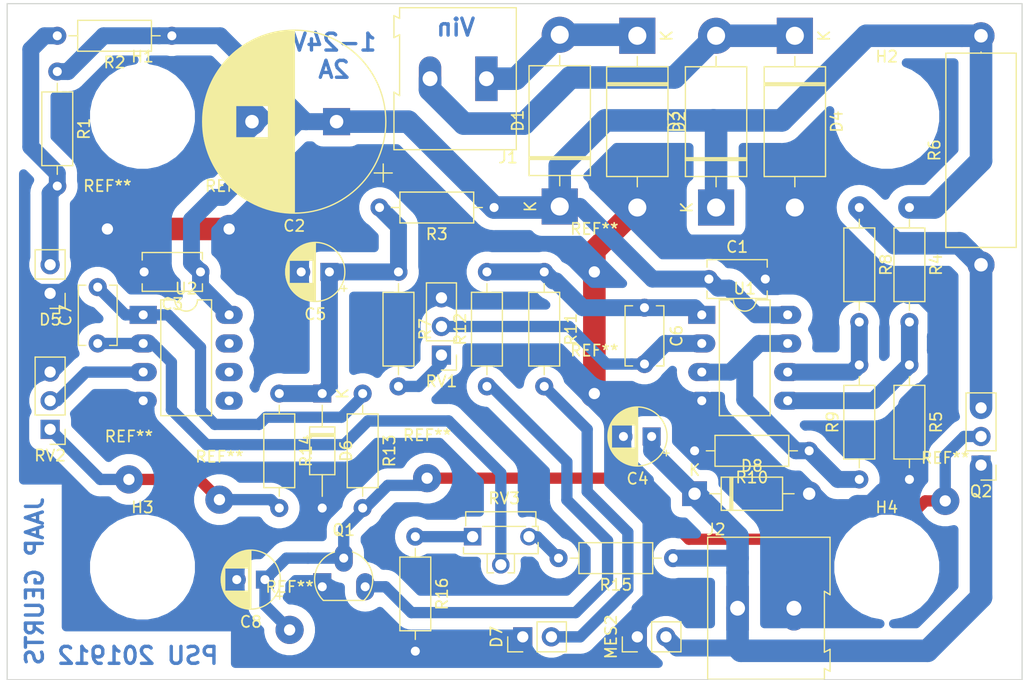
<source format=kicad_pcb>
(kicad_pcb (version 20171130) (host pcbnew 5.1.5-5.1.5)
  (layers (0 F.Cu signal hide) (31 B.Cu signal) (34 B.Paste user) (35 F.Paste user) (36 B.SilkS user) (37 F.SilkS user hide) (38 B.Mask user) (39 F.Mask user) (44 Edge.Cuts user))
  (net 0 "")
  (net 1 "Net-(D1-Pad2)")
  (net 2 +VDC)
  (net 3 GND)
  (net 4 "Net-(D3-Pad2)")
  (net 5 "Net-(D5-Pad2)")
  (net 6 "Net-(C5-Pad1)")
  (net 7 "Net-(D7-Pad2)")
  (net 8 "Net-(C4-Pad1)")
  (net 9 "Net-(Q1-Pad3)")
  (net 10 "Net-(R4-Pad2)")
  (net 11 "Net-(Q2-Pad3)")
  (net 12 "Net-(R7-Pad2)")
  (net 13 "Net-(R8-Pad2)")
  (net 14 "Net-(R10-Pad1)")
  (net 15 "Net-(R14-Pad2)")
  (net 16 "Net-(R15-Pad2)")
  (net 17 "Net-(R16-Pad1)")
  (net 18 "Net-(RV2-Pad2)")
  (net 19 "Net-(C6-Pad2)")
  (net 20 "Net-(C6-Pad1)")
  (net 21 "Net-(C7-Pad2)")
  (net 22 "Net-(C7-Pad1)")
  (net 23 "Net-(C8-Pad1)")
  (module Connector_Wire:SolderWirePad_1x01_Drill1mm (layer F.Cu) (at 142.24 118.11)
    (fp_text reference REF** (at 0 -3.81) (layer F.SilkS))
    (fp_text value SolderWirePad_1x01_Drill1mm)
    (pad 1 thru_hole circle (at 0 0) (size 2.49936 2.49936) (drill 1.00076) (layers *.Cu *.Mask) (net 23 "Net-(C8-Pad1)"))
  )
  (module Connector_Wire:SolderWirePad_1x01_Drill1mm (layer F.Cu) (at 123.825 120.015)
    (fp_text reference REF** (at 0 -3.81) (layer F.SilkS))
    (fp_text value SolderWirePad_1x01_Drill1mm)
    (pad 1 thru_hole circle (at 0 0) (size 2.49936 2.49936) (drill 1.00076) (layers *.Cu *.Mask) (net 15 "Net-(R14-Pad2)"))
  )
  (module Connector_Wire:SolderWirePad_1x01_Drill1mm (layer F.Cu) (at 115.795 118.22)
    (fp_text reference REF** (at 0 -3.81) (layer F.SilkS))
    (fp_text value SolderWirePad_1x01_Drill1mm)
    (pad 1 thru_hole circle (at 0 0) (size 2.49936 2.49936) (drill 1.00076) (layers *.Cu *.Mask) (net 15 "Net-(R14-Pad2)"))
  )
  (module Connector_Wire:SolderWirePad_1x01_Drill1mm (layer F.Cu) (at 157.07 110.6)
    (fp_text reference REF** (at 0 -3.81) (layer F.SilkS))
    (fp_text value SolderWirePad_1x01_Drill1mm)
    (pad 1 thru_hole circle (at 0 0) (size 2.49936 2.49936) (drill 1.00076) (layers *.Cu *.Mask) (net 3 GND))
  )
  (module Connector_Wire:SolderWirePad_1x01_Drill1mm (layer F.Cu) (at 157.07 99.805)
    (fp_text reference REF** (at 0 -3.81) (layer F.SilkS))
    (fp_text value SolderWirePad_1x01_Drill1mm)
    (pad 1 thru_hole circle (at 0 0) (size 2.49936 2.49936) (drill 1.00076) (layers *.Cu *.Mask) (net 3 GND))
  )
  (module Connector_Wire:SolderWirePad_1x01_Drill1mm (layer F.Cu) (at 124.685 95.995)
    (fp_text reference REF** (at 0 -3.81) (layer F.SilkS))
    (fp_text value SolderWirePad_1x01_Drill1mm)
    (pad 1 thru_hole circle (at 0 0) (size 2.49936 2.49936) (drill 1.00076) (layers *.Cu *.Mask) (net 3 GND))
  )
  (module Connector_Wire:SolderWirePad_1x01_Drill1mm (layer F.Cu) (at 113.89 95.995)
    (fp_text reference REF** (at 0 -3.81) (layer F.SilkS))
    (fp_text value SolderWirePad_1x01_Drill1mm)
    (pad 1 thru_hole circle (at 0 0) (size 2.49936 2.49936) (drill 1.00076) (layers *.Cu *.Mask) (net 3 GND))
  )
  (module Connector_Wire:SolderWirePad_1x01_Drill1mm (layer F.Cu) (at 188.185 120.125)
    (fp_text reference REF** (at 0 -3.81) (layer F.SilkS))
    (fp_text value SolderWirePad_1x01_Drill1mm)
    (pad 1 thru_hole circle (at 0 0) (size 2.49936 2.49936) (drill 1.00076) (layers *.Cu *.Mask) (net 23 "Net-(C8-Pad1)"))
  )
  (module Connector_Wire:SolderWirePad_1x01_Drill1mm (layer F.Cu) (at 130.048 131.572)
    (fp_text reference REF** (at 0 -3.81) (layer F.SilkS))
    (fp_text value SolderWirePad_1x01_Drill1mm)
    (pad 1 thru_hole circle (at 0 0) (size 2.49936 2.49936) (drill 1.00076) (layers *.Cu *.Mask) (net 23 "Net-(C8-Pad1)"))
  )
  (module Diode_THT:D_DO-41_SOD81_P10.16mm_Horizontal (layer F.Cu) (at 165.96 119.49)
    (fp_text reference D8 (at 5.08 -2.47) (layer F.SilkS))
    (fp_text value 1N4001)
    (fp_text user K (at 0 -2.1) (layer F.SilkS))
    (pad 2 thru_hole oval (at 10.16 0) (size 2.2 2.2) (drill 1.1) (layers *.Cu *.Mask) (net 3 GND))
    (pad 1 thru_hole rect (at 0 0) (size 2.2 2.2) (drill 1.1) (layers *.Cu *.Mask) (net 8 "Net-(C4-Pad1)"))
  )
  (module Resistor_THT:R_Axial_DIN0207_L6.3mm_D2.5mm_P10.16mm_Horizontal (layer F.Cu) (at 141.195 123.3 270)
    (fp_text reference R16 (at 5.08 -2.37 90) (layer F.SilkS))
    (fp_text value 3k3)
    (pad 2 thru_hole oval (at 10.16 0 270) (size 1.6 1.6) (drill 0.8) (layers *.Cu *.Mask) (net 3 GND))
    (pad 1 thru_hole circle (at 0 0 270) (size 1.6 1.6) (drill 0.8) (layers *.Cu *.Mask) (net 17 "Net-(R16-Pad1)"))
  )
  (module Connector_PinHeader_2.54mm:PinHeader_1x03_P2.54mm_Vertical (layer F.Cu) (at 191.36 116.95 180)
    (fp_text reference Q2 (at 0 -2.33) (layer F.SilkS))
    (fp_text value TIP142)
    (pad 3 thru_hole oval (at 0 5.08 180) (size 1.7 1.7) (drill 1) (layers *.Cu *.Mask) (net 11 "Net-(Q2-Pad3)"))
    (pad 2 thru_hole oval (at 0 2.54 180) (size 1.7 1.7) (drill 1) (layers *.Cu *.Mask) (net 23 "Net-(C8-Pad1)"))
    (pad 1 thru_hole rect (at 0 0 180) (size 1.7 1.7) (drill 1) (layers *.Cu *.Mask) (net 8 "Net-(C4-Pad1)"))
  )
  (module Connector_PinHeader_2.54mm:PinHeader_1x02_P2.54mm_Vertical (layer F.Cu) (at 160.88 132.19 90)
    (fp_text reference MES2 (at 0 -2.33 90) (layer F.SilkS))
    (fp_text value Voltmeter_DC)
    (pad 2 thru_hole oval (at 0 2.54 90) (size 1.7 1.7) (drill 1) (layers *.Cu *.Mask) (net 8 "Net-(C4-Pad1)"))
    (pad 1 thru_hole rect (at 0 0 90) (size 1.7 1.7) (drill 1) (layers *.Cu *.Mask) (net 3 GND))
  )
  (module Connector_PinHeader_2.54mm:PinHeader_1x02_P2.54mm_Vertical (layer F.Cu) (at 150.72 132.19 90)
    (fp_text reference D7 (at 0 -2.33 90) (layer F.SilkS))
    (fp_text value "Red LED")
    (pad 2 thru_hole oval (at 0 2.54 90) (size 1.7 1.7) (drill 1) (layers *.Cu *.Mask) (net 7 "Net-(D7-Pad2)"))
    (pad 1 thru_hole rect (at 0 0 90) (size 1.7 1.7) (drill 1) (layers *.Cu *.Mask) (net 3 GND))
  )
  (module Connector_PinHeader_2.54mm:PinHeader_1x02_P2.54mm_Vertical (layer F.Cu) (at 108.81 101.71 180)
    (fp_text reference D5 (at 0 -2.33) (layer F.SilkS))
    (fp_text value "Green LED")
    (pad 2 thru_hole oval (at 0 2.54 180) (size 1.7 1.7) (drill 1) (layers *.Cu *.Mask) (net 5 "Net-(D5-Pad2)"))
    (pad 1 thru_hole rect (at 0 0 180) (size 1.7 1.7) (drill 1) (layers *.Cu *.Mask) (net 3 GND))
  )
  (module MountingHole:MountingHole_4.3mm_M4 (layer F.Cu) (at 183 126)
    (fp_text reference H4 (at 0 -5.3) (layer F.SilkS))
    (fp_text value MountingHole)
    (pad "" np_thru_hole circle (at 0 0) (size 4.3 4.3) (drill 4.3) (layers *.Cu *.Mask) (clearance 2.5))
  )
  (module MountingHole:MountingHole_4.3mm_M4 (layer F.Cu) (at 117 126)
    (fp_text reference H3 (at 0 -5.3) (layer F.SilkS))
    (fp_text value MountingHole)
    (pad "" np_thru_hole circle (at 0 0) (size 4.3 4.3) (drill 4.3) (layers *.Cu *.Mask) (clearance 2.5))
  )
  (module MountingHole:MountingHole_4.3mm_M4 (layer F.Cu) (at 183 86)
    (fp_text reference H2 (at 0 -5.3) (layer F.SilkS))
    (fp_text value MountingHole)
    (pad 1 np_thru_hole circle (at 0 0) (size 4.3 4.3) (drill 4.3) (layers *.Cu *.Mask))
  )
  (module MountingHole:MountingHole_4.3mm_M4 (layer F.Cu) (at 117 86)
    (fp_text reference H1 (at 0 -5.3) (layer F.SilkS))
    (fp_text value MountingHole)
    (pad "" np_thru_hole circle (at 0 0) (size 4.3 4.3) (drill 4.3) (layers *.Cu *.Mask) (clearance 2.5))
  )
  (module Package_DIP:DIP-8_W7.62mm_LongPads (layer F.Cu) (at 117.065 103.615)
    (fp_text reference U2 (at 3.81 -2.33) (layer F.SilkS))
    (fp_text value LM358)
    (pad 8 thru_hole oval (at 7.62 0) (size 2.4 1.6) (drill 0.8) (layers *.Cu *.Mask) (net 2 +VDC))
    (pad 4 thru_hole oval (at 0 7.62) (size 2.4 1.6) (drill 0.8) (layers *.Cu *.Mask) (net 3 GND))
    (pad 7 thru_hole oval (at 7.62 2.54) (size 2.4 1.6) (drill 0.8) (layers *.Cu *.Mask))
    (pad 3 thru_hole oval (at 0 5.08) (size 2.4 1.6) (drill 0.8) (layers *.Cu *.Mask) (net 18 "Net-(RV2-Pad2)"))
    (pad 6 thru_hole oval (at 7.62 5.08) (size 2.4 1.6) (drill 0.8) (layers *.Cu *.Mask))
    (pad 2 thru_hole oval (at 0 2.54) (size 2.4 1.6) (drill 0.8) (layers *.Cu *.Mask) (net 22 "Net-(C7-Pad1)"))
    (pad 5 thru_hole oval (at 7.62 7.62) (size 2.4 1.6) (drill 0.8) (layers *.Cu *.Mask))
    (pad 1 thru_hole rect (at 0 0) (size 2.4 1.6) (drill 0.8) (layers *.Cu *.Mask) (net 21 "Net-(C7-Pad2)"))
  )
  (module Package_DIP:DIP-8_W7.62mm_LongPads (layer F.Cu) (at 166.595 103.615)
    (fp_text reference U1 (at 3.81 -2.33) (layer F.SilkS))
    (fp_text value LM358)
    (pad 8 thru_hole oval (at 7.62 0) (size 2.4 1.6) (drill 0.8) (layers *.Cu *.Mask) (net 2 +VDC))
    (pad 4 thru_hole oval (at 0 7.62) (size 2.4 1.6) (drill 0.8) (layers *.Cu *.Mask) (net 3 GND))
    (pad 7 thru_hole oval (at 7.62 2.54) (size 2.4 1.6) (drill 0.8) (layers *.Cu *.Mask) (net 14 "Net-(R10-Pad1)"))
    (pad 3 thru_hole oval (at 0 5.08) (size 2.4 1.6) (drill 0.8) (layers *.Cu *.Mask) (net 14 "Net-(R10-Pad1)"))
    (pad 6 thru_hole oval (at 7.62 5.08) (size 2.4 1.6) (drill 0.8) (layers *.Cu *.Mask) (net 13 "Net-(R8-Pad2)"))
    (pad 2 thru_hole oval (at 0 2.54) (size 2.4 1.6) (drill 0.8) (layers *.Cu *.Mask) (net 19 "Net-(C6-Pad2)"))
    (pad 5 thru_hole oval (at 7.62 7.62) (size 2.4 1.6) (drill 0.8) (layers *.Cu *.Mask) (net 10 "Net-(R4-Pad2)"))
    (pad 1 thru_hole rect (at 0 0) (size 2.4 1.6) (drill 0.8) (layers *.Cu *.Mask) (net 20 "Net-(C6-Pad1)"))
  )
  (module Potentiometer_THT:Potentiometer_Runtron_RM-063_Horizontal (layer F.Cu) (at 146.275 123.3)
    (fp_text reference RV3 (at 2.8 -3.4) (layer F.SilkS))
    (fp_text value 2k)
    (pad 3 thru_hole circle (at 5 0) (size 1.55 1.55) (drill 1) (layers *.Cu *.Mask) (net 16 "Net-(R15-Pad2)"))
    (pad 1 thru_hole rect (at 0 0) (size 1.55 1.55) (drill 1) (layers *.Cu *.Mask) (net 17 "Net-(R16-Pad1)"))
    (pad 2 thru_hole circle (at 2.5 2.5) (size 1.55 1.55) (drill 1) (layers *.Cu *.Mask) (net 22 "Net-(C7-Pad1)"))
  )
  (module Connector_PinHeader_2.54mm:PinHeader_1x03_P2.54mm_Vertical (layer F.Cu) (at 108.81 113.775 180)
    (fp_text reference RV2 (at 0 -2.33) (layer F.SilkS))
    (fp_text value 50k)
    (pad 3 thru_hole oval (at 0 5.08 180) (size 1.7 1.7) (drill 1) (layers *.Cu *.Mask) (net 3 GND))
    (pad 2 thru_hole oval (at 0 2.54 180) (size 1.7 1.7) (drill 1) (layers *.Cu *.Mask) (net 18 "Net-(RV2-Pad2)"))
    (pad 1 thru_hole rect (at 0 0 180) (size 1.7 1.7) (drill 1) (layers *.Cu *.Mask) (net 15 "Net-(R14-Pad2)"))
  )
  (module Connector_PinHeader_2.54mm:PinHeader_1x03_P2.54mm_Vertical (layer F.Cu) (at 143.51 107.188 180)
    (fp_text reference RV1 (at 0 -2.33) (layer F.SilkS))
    (fp_text value 50k)
    (pad 3 thru_hole oval (at 0 5.08 180) (size 1.7 1.7) (drill 1) (layers *.Cu *.Mask) (net 3 GND))
    (pad 2 thru_hole oval (at 0 2.54 180) (size 1.7 1.7) (drill 1) (layers *.Cu *.Mask) (net 19 "Net-(C6-Pad2)"))
    (pad 1 thru_hole rect (at 0 0 180) (size 1.7 1.7) (drill 1) (layers *.Cu *.Mask) (net 12 "Net-(R7-Pad2)"))
  )
  (module Capacitor_THT:CP_Radial_D5.0mm_P2.50mm (layer F.Cu) (at 127.86 127.11 180)
    (fp_text reference C8 (at 1.25 -3.75) (layer F.SilkS))
    (fp_text value 4.7uF)
    (pad 2 thru_hole circle (at 2.5 0 180) (size 1.6 1.6) (drill 0.8) (layers *.Cu *.Mask) (net 3 GND))
    (pad 1 thru_hole rect (at 0 0 180) (size 1.6 1.6) (drill 0.8) (layers *.Cu *.Mask) (net 23 "Net-(C8-Pad1)"))
  )
  (module Capacitor_THT:C_Disc_D5.1mm_W3.2mm_P5.00mm (layer F.Cu) (at 113.03 106.155 90)
    (fp_text reference C7 (at 2.5 -2.85 90) (layer F.SilkS))
    (fp_text value 22p)
    (pad 2 thru_hole circle (at 5 0 90) (size 1.6 1.6) (drill 0.8) (layers *.Cu *.Mask) (net 21 "Net-(C7-Pad2)"))
    (pad 1 thru_hole circle (at 0 0 90) (size 1.6 1.6) (drill 0.8) (layers *.Cu *.Mask) (net 22 "Net-(C7-Pad1)"))
  )
  (module Capacitor_THT:C_Disc_D5.1mm_W3.2mm_P5.00mm (layer F.Cu) (at 161.515 102.98 270)
    (fp_text reference C6 (at 2.5 -2.85 90) (layer F.SilkS))
    (fp_text value 22p)
    (pad 2 thru_hole circle (at 5 0 270) (size 1.6 1.6) (drill 0.8) (layers *.Cu *.Mask) (net 19 "Net-(C6-Pad2)"))
    (pad 1 thru_hole circle (at 0 0 270) (size 1.6 1.6) (drill 0.8) (layers *.Cu *.Mask) (net 20 "Net-(C6-Pad1)"))
  )
  (module Capacitor_THT:CP_Radial_D5.0mm_P2.50mm (layer F.Cu) (at 133.575 99.805 180)
    (fp_text reference C5 (at 1.25 -3.75) (layer F.SilkS))
    (fp_text value 10uF)
    (pad 2 thru_hole circle (at 2.5 0 180) (size 1.6 1.6) (drill 0.8) (layers *.Cu *.Mask) (net 3 GND))
    (pad 1 thru_hole rect (at 0 0 180) (size 1.6 1.6) (drill 0.8) (layers *.Cu *.Mask) (net 6 "Net-(C5-Pad1)"))
  )
  (module Capacitor_THT:CP_Radial_D5.0mm_P2.50mm (layer F.Cu) (at 162.15 114.41 180)
    (fp_text reference C4 (at 1.25 -3.75) (layer F.SilkS))
    (fp_text value 1uF)
    (pad 2 thru_hole circle (at 2.5 0 180) (size 1.6 1.6) (drill 0.8) (layers *.Cu *.Mask) (net 3 GND))
    (pad 1 thru_hole rect (at 0 0 180) (size 1.6 1.6) (drill 0.8) (layers *.Cu *.Mask) (net 8 "Net-(C4-Pad1)"))
  )
  (module Capacitor_THT:C_Disc_D5.1mm_W3.2mm_P5.00mm (layer F.Cu) (at 122.145 99.805 180)
    (fp_text reference C3 (at 2.5 -2.85) (layer F.SilkS))
    (fp_text value 100n)
    (pad 2 thru_hole circle (at 5 0 180) (size 1.6 1.6) (drill 0.8) (layers *.Cu *.Mask) (net 3 GND))
    (pad 1 thru_hole circle (at 0 0 180) (size 1.6 1.6) (drill 0.8) (layers *.Cu *.Mask) (net 2 +VDC))
  )
  (module Capacitor_THT:CP_Radial_D16.0mm_P7.50mm (layer F.Cu) (at 134.21 86.47 180)
    (fp_text reference C2 (at 3.75 -9.25) (layer F.SilkS))
    (fp_text value 4700uF)
    (pad 2 thru_hole circle (at 7.5 0 180) (size 2.4 2.4) (drill 1.2) (layers *.Cu *.Mask) (net 3 GND))
    (pad 1 thru_hole rect (at 0 0 180) (size 2.4 2.4) (drill 1.2) (layers *.Cu *.Mask) (net 2 +VDC))
  )
  (module Capacitor_THT:C_Disc_D5.1mm_W3.2mm_P5.00mm (layer F.Cu) (at 167.23 100.44)
    (fp_text reference C1 (at 2.5 -2.85) (layer F.SilkS))
    (fp_text value 100n)
    (pad 2 thru_hole circle (at 5 0) (size 1.6 1.6) (drill 0.8) (layers *.Cu *.Mask) (net 3 GND))
    (pad 1 thru_hole circle (at 0 0) (size 1.6 1.6) (drill 0.8) (layers *.Cu *.Mask) (net 2 +VDC))
  )
  (module Resistor_THT:R_Axial_DIN0207_L6.3mm_D2.5mm_P10.16mm_Horizontal (layer F.Cu) (at 164.055 125.205 180)
    (fp_text reference R15 (at 5.08 -2.37) (layer F.SilkS))
    (fp_text value 33k)
    (pad 2 thru_hole oval (at 10.16 0 180) (size 1.6 1.6) (drill 0.8) (layers *.Cu *.Mask) (net 16 "Net-(R15-Pad2)"))
    (pad 1 thru_hole circle (at 0 0 180) (size 1.6 1.6) (drill 0.8) (layers *.Cu *.Mask) (net 8 "Net-(C4-Pad1)"))
  )
  (module Resistor_THT:R_Axial_DIN0207_L6.3mm_D2.5mm_P10.16mm_Horizontal (layer F.Cu) (at 129.13 110.6 270)
    (fp_text reference R14 (at 5.08 -2.37 90) (layer F.SilkS))
    (fp_text value 10k)
    (pad 2 thru_hole oval (at 10.16 0 270) (size 1.6 1.6) (drill 0.8) (layers *.Cu *.Mask) (net 15 "Net-(R14-Pad2)"))
    (pad 1 thru_hole circle (at 0 0 270) (size 1.6 1.6) (drill 0.8) (layers *.Cu *.Mask) (net 6 "Net-(C5-Pad1)"))
  )
  (module Resistor_THT:R_Axial_DIN0207_L6.3mm_D2.5mm_P10.16mm_Horizontal (layer F.Cu) (at 136.525 110.6 270)
    (fp_text reference R13 (at 5.08 -2.37 90) (layer F.SilkS))
    (fp_text value 1k)
    (pad 2 thru_hole oval (at 10.16 0 270) (size 1.6 1.6) (drill 0.8) (layers *.Cu *.Mask) (net 23 "Net-(C8-Pad1)"))
    (pad 1 thru_hole circle (at 0 0 270) (size 1.6 1.6) (drill 0.8) (layers *.Cu *.Mask) (net 21 "Net-(C7-Pad2)"))
  )
  (module Resistor_THT:R_Axial_DIN0207_L6.3mm_D2.5mm_P10.16mm_Horizontal (layer F.Cu) (at 147.545 109.965 90)
    (fp_text reference R12 (at 5.08 -2.37 90) (layer F.SilkS))
    (fp_text value 10k)
    (pad 2 thru_hole oval (at 10.16 0 90) (size 1.6 1.6) (drill 0.8) (layers *.Cu *.Mask) (net 20 "Net-(C6-Pad1)"))
    (pad 1 thru_hole circle (at 0 0 90) (size 1.6 1.6) (drill 0.8) (layers *.Cu *.Mask) (net 9 "Net-(Q1-Pad3)"))
  )
  (module Resistor_THT:R_Axial_DIN0207_L6.3mm_D2.5mm_P10.16mm_Horizontal (layer F.Cu) (at 152.625 99.805 270)
    (fp_text reference R11 (at 5.08 -2.37 90) (layer F.SilkS))
    (fp_text value 1k)
    (pad 2 thru_hole oval (at 10.16 0 270) (size 1.6 1.6) (drill 0.8) (layers *.Cu *.Mask) (net 7 "Net-(D7-Pad2)"))
    (pad 1 thru_hole circle (at 0 0 270) (size 1.6 1.6) (drill 0.8) (layers *.Cu *.Mask) (net 20 "Net-(C6-Pad1)"))
  )
  (module Resistor_THT:R_Axial_DIN0207_L6.3mm_D2.5mm_P10.16mm_Horizontal (layer F.Cu) (at 176.12 115.68 180)
    (fp_text reference R10 (at 5.08 -2.37) (layer F.SilkS))
    (fp_text value 100)
    (pad 2 thru_hole oval (at 10.16 0 180) (size 1.6 1.6) (drill 0.8) (layers *.Cu *.Mask) (net 3 GND))
    (pad 1 thru_hole circle (at 0 0 180) (size 1.6 1.6) (drill 0.8) (layers *.Cu *.Mask) (net 14 "Net-(R10-Pad1)"))
  )
  (module Resistor_THT:R_Axial_DIN0207_L6.3mm_D2.5mm_P10.16mm_Horizontal (layer F.Cu) (at 180.565 118.22 90)
    (fp_text reference R9 (at 5.08 -2.37 90) (layer F.SilkS))
    (fp_text value 68k)
    (pad 2 thru_hole oval (at 10.16 0 90) (size 1.6 1.6) (drill 0.8) (layers *.Cu *.Mask) (net 13 "Net-(R8-Pad2)"))
    (pad 1 thru_hole circle (at 0 0 90) (size 1.6 1.6) (drill 0.8) (layers *.Cu *.Mask) (net 14 "Net-(R10-Pad1)"))
  )
  (module Resistor_THT:R_Axial_DIN0207_L6.3mm_D2.5mm_P10.16mm_Horizontal (layer F.Cu) (at 180.565 94.09 270)
    (fp_text reference R8 (at 5.08 -2.37 90) (layer F.SilkS))
    (fp_text value 10k)
    (pad 2 thru_hole oval (at 10.16 0 270) (size 1.6 1.6) (drill 0.8) (layers *.Cu *.Mask) (net 13 "Net-(R8-Pad2)"))
    (pad 1 thru_hole circle (at 0 0 270) (size 1.6 1.6) (drill 0.8) (layers *.Cu *.Mask) (net 11 "Net-(Q2-Pad3)"))
  )
  (module Resistor_THT:R_Axial_DIN0207_L6.3mm_D2.5mm_P10.16mm_Horizontal (layer F.Cu) (at 139.7 99.805 270)
    (fp_text reference R7 (at 5.08 -2.37 90) (layer F.SilkS))
    (fp_text value 10k)
    (pad 2 thru_hole oval (at 10.16 0 270) (size 1.6 1.6) (drill 0.8) (layers *.Cu *.Mask) (net 12 "Net-(R7-Pad2)"))
    (pad 1 thru_hole circle (at 0 0 270) (size 1.6 1.6) (drill 0.8) (layers *.Cu *.Mask) (net 6 "Net-(C5-Pad1)"))
  )
  (module Resistor_THT:R_Axial_DIN0617_L17.0mm_D6.0mm_P20.32mm_Horizontal (layer F.Cu) (at 191.36 99.17 90)
    (fp_text reference R6 (at 10.16 -4.12 90) (layer F.SilkS))
    (fp_text value 0R15)
    (pad 2 thru_hole oval (at 20.32 0 90) (size 2.4 2.4) (drill 1.2) (layers *.Cu *.Mask) (net 2 +VDC))
    (pad 1 thru_hole circle (at 0 0 90) (size 2.4 2.4) (drill 1.2) (layers *.Cu *.Mask) (net 11 "Net-(Q2-Pad3)"))
  )
  (module Resistor_THT:R_Axial_DIN0207_L6.3mm_D2.5mm_P10.16mm_Horizontal (layer F.Cu) (at 185.01 108.06 270)
    (fp_text reference R5 (at 5.08 -2.37 90) (layer F.SilkS))
    (fp_text value 68k)
    (pad 2 thru_hole oval (at 10.16 0 270) (size 1.6 1.6) (drill 0.8) (layers *.Cu *.Mask) (net 3 GND))
    (pad 1 thru_hole circle (at 0 0 270) (size 1.6 1.6) (drill 0.8) (layers *.Cu *.Mask) (net 10 "Net-(R4-Pad2)"))
  )
  (module Resistor_THT:R_Axial_DIN0207_L6.3mm_D2.5mm_P10.16mm_Horizontal (layer F.Cu) (at 185.01 94.09 270)
    (fp_text reference R4 (at 5.08 -2.37 90) (layer F.SilkS))
    (fp_text value 10k)
    (pad 2 thru_hole oval (at 10.16 0 270) (size 1.6 1.6) (drill 0.8) (layers *.Cu *.Mask) (net 10 "Net-(R4-Pad2)"))
    (pad 1 thru_hole circle (at 0 0 270) (size 1.6 1.6) (drill 0.8) (layers *.Cu *.Mask) (net 2 +VDC))
  )
  (module Resistor_THT:R_Axial_DIN0207_L6.3mm_D2.5mm_P10.16mm_Horizontal (layer F.Cu) (at 148.18 94.09 180)
    (fp_text reference R3 (at 5.08 -2.37) (layer F.SilkS))
    (fp_text value 3k3)
    (pad 2 thru_hole oval (at 10.16 0 180) (size 1.6 1.6) (drill 0.8) (layers *.Cu *.Mask) (net 6 "Net-(C5-Pad1)"))
    (pad 1 thru_hole circle (at 0 0 180) (size 1.6 1.6) (drill 0.8) (layers *.Cu *.Mask) (net 2 +VDC))
  )
  (module Resistor_THT:R_Axial_DIN0207_L6.3mm_D2.5mm_P10.16mm_Horizontal (layer F.Cu) (at 119.605 78.85 180)
    (fp_text reference R2 (at 5.08 -2.37) (layer F.SilkS))
    (fp_text value 2k7)
    (pad 2 thru_hole oval (at 10.16 0 180) (size 1.6 1.6) (drill 0.8) (layers *.Cu *.Mask) (net 5 "Net-(D5-Pad2)"))
    (pad 1 thru_hole circle (at 0 0 180) (size 1.6 1.6) (drill 0.8) (layers *.Cu *.Mask) (net 2 +VDC))
  )
  (module Resistor_THT:R_Axial_DIN0207_L6.3mm_D2.5mm_P10.16mm_Horizontal (layer F.Cu) (at 109.445 82.025 270)
    (fp_text reference R1 (at 5.08 -2.37 90) (layer F.SilkS))
    (fp_text value 2k7)
    (pad 2 thru_hole oval (at 10.16 0 270) (size 1.6 1.6) (drill 0.8) (layers *.Cu *.Mask) (net 5 "Net-(D5-Pad2)"))
    (pad 1 thru_hole circle (at 0 0 270) (size 1.6 1.6) (drill 0.8) (layers *.Cu *.Mask) (net 2 +VDC))
  )
  (module Personal:TO-92_HandSolder_LongPads (layer F.Cu) (at 133.575 127.11)
    (fp_text reference Q1 (at 1.27 -4.4) (layer F.SilkS))
    (fp_text value 2N3904)
    (pad 1 thru_hole rect (at -0.635 0.635 90) (size 2.4 1.6) (drill 0.8) (layers *.Cu *.Mask) (net 3 GND))
    (pad 3 thru_hole oval (at 3.175 0.635 90) (size 2.4 1.6) (drill 0.8) (layers *.Cu *.Mask) (net 9 "Net-(Q1-Pad3)"))
    (pad 2 thru_hole oval (at 1.27 -1.905 90) (size 2.4 1.6) (drill 0.8) (layers *.Cu *.Mask) (net 23 "Net-(C8-Pad1)"))
  )
  (module TerminalBlock:TerminalBlock_Altech_AK300-2_P5.00mm (layer F.Cu) (at 169.77 129.65)
    (fp_text reference J2 (at -1.92 -6.99) (layer F.SilkS))
    (fp_text value "Vout 1-16v DC")
    (pad 2 thru_hole oval (at 5 0) (size 1.98 3.96) (drill 1.32) (layers *.Cu *.Mask) (net 3 GND))
    (pad 1 thru_hole rect (at 0 0) (size 1.98 3.96) (drill 1.32) (layers *.Cu *.Mask) (net 8 "Net-(C4-Pad1)"))
  )
  (module TerminalBlock:TerminalBlock_Altech_AK300-2_P5.00mm (layer F.Cu) (at 147.5 82.66 180)
    (fp_text reference J1 (at -1.92 -6.99) (layer F.SilkS))
    (fp_text value "Vin 16-24v AC")
    (pad 2 thru_hole oval (at 5 0 180) (size 1.98 3.96) (drill 1.32) (layers *.Cu *.Mask) (net 4 "Net-(D3-Pad2)"))
    (pad 1 thru_hole rect (at 0 0 180) (size 1.98 3.96) (drill 1.32) (layers *.Cu *.Mask) (net 1 "Net-(D1-Pad2)"))
  )
  (module Diode_THT:D_DO-35_SOD27_P10.16mm_Horizontal (layer F.Cu) (at 132.94 110.6 270)
    (fp_text reference D6 (at 5.08 -2.12 90) (layer F.SilkS))
    (fp_text value 2v4)
    (fp_text user K (at 0 -1.8 90) (layer F.SilkS))
    (pad 2 thru_hole oval (at 10.16 0 270) (size 1.6 1.6) (drill 0.8) (layers *.Cu *.Mask) (net 3 GND))
    (pad 1 thru_hole rect (at 0 0 270) (size 1.6 1.6) (drill 0.8) (layers *.Cu *.Mask) (net 6 "Net-(C5-Pad1)"))
  )
  (module Diode_THT:D_DO-201AD_P15.24mm_Horizontal (layer F.Cu) (at 174.85 78.85 270)
    (fp_text reference D4 (at 7.62 -3.72 90) (layer F.SilkS))
    (fp_text value 1N5401)
    (fp_text user K (at 0 -2.6 90) (layer F.SilkS))
    (pad 2 thru_hole oval (at 15.24 0 270) (size 3.2 3.2) (drill 1.6) (layers *.Cu *.Mask) (net 3 GND))
    (pad 1 thru_hole rect (at 0 0 270) (size 3.2 3.2) (drill 1.6) (layers *.Cu *.Mask) (net 4 "Net-(D3-Pad2)"))
  )
  (module Diode_THT:D_DO-201AD_P15.24mm_Horizontal (layer F.Cu) (at 167.865 94.09 90)
    (fp_text reference D3 (at 7.62 -3.72 90) (layer F.SilkS))
    (fp_text value 1N5401)
    (fp_text user K (at 0 -2.6 90) (layer F.SilkS))
    (pad 2 thru_hole oval (at 15.24 0 90) (size 3.2 3.2) (drill 1.6) (layers *.Cu *.Mask) (net 4 "Net-(D3-Pad2)"))
    (pad 1 thru_hole rect (at 0 0 90) (size 3.2 3.2) (drill 1.6) (layers *.Cu *.Mask) (net 2 +VDC))
  )
  (module Diode_THT:D_DO-201AD_P15.24mm_Horizontal (layer F.Cu) (at 160.88 78.85 270)
    (fp_text reference D2 (at 7.62 -3.72 90) (layer F.SilkS))
    (fp_text value 1N5401)
    (fp_text user K (at 0 -2.6 90) (layer F.SilkS))
    (pad 2 thru_hole oval (at 15.24 0 270) (size 3.2 3.2) (drill 1.6) (layers *.Cu *.Mask) (net 3 GND))
    (pad 1 thru_hole rect (at 0 0 270) (size 3.2 3.2) (drill 1.6) (layers *.Cu *.Mask) (net 1 "Net-(D1-Pad2)"))
  )
  (module Diode_THT:D_DO-201AD_P15.24mm_Horizontal (layer F.Cu) (at 154 94 90)
    (fp_text reference D1 (at 7.62 -3.72 90) (layer F.SilkS))
    (fp_text value 1N5401)
    (fp_text user K (at 0 -2.6 90) (layer F.SilkS))
    (pad 2 thru_hole oval (at 15.24 0 90) (size 3.2 3.2) (drill 1.6) (layers *.Cu *.Mask) (net 1 "Net-(D1-Pad2)"))
    (pad 1 thru_hole rect (at 0 0 90) (size 3.2 3.2) (drill 1.6) (layers *.Cu *.Mask) (net 2 +VDC))
  )
  (gr_text Vin (at 144.78 78.105) (layer B.Cu) (effects (font (size 1.5 1.5) (thickness 0.3)) (justify mirror)))
  (gr_text "1-24V\n2A" (at 133.985 80.645) (layer B.Cu) (effects (font (size 1.5 1.5) (thickness 0.3)) (justify mirror)))
  (gr_text "JAAP GEURTS" (at 107.442 127.254 90) (layer B.Cu) (effects (font (size 1.5 1.5) (thickness 0.3)) (justify mirror)))
  (gr_text "PSU 201912" (at 116.586 133.858) (layer B.Cu) (effects (font (size 1.5 1.5) (thickness 0.3)) (justify mirror)))
  (gr_line (start 195 76) (end 195 136) (layer Edge.Cuts) (width 0.1))
  (gr_line (start 105 76) (end 195 76) (layer Edge.Cuts) (width 0.1))
  (gr_line (start 105 136) (end 105 76) (layer Edge.Cuts) (width 0.1))
  (gr_line (start 195 136) (end 105 136) (layer Edge.Cuts) (width 0.1))
  (segment (start 157.07 99.805) (end 157.07 110.6) (width 2) (layer F.Cu) (net 3))
  (segment (start 150.1 82.66) (end 154 78.76) (width 2) (layer B.Cu) (net 1))
  (segment (start 147.5 82.66) (end 150.1 82.66) (width 2) (layer B.Cu) (net 1))
  (segment (start 160.79 78.76) (end 160.88 78.85) (width 2) (layer B.Cu) (net 1))
  (segment (start 154 78.76) (end 160.79 78.76) (width 2) (layer B.Cu) (net 1))
  (segment (start 134.21 86.47) (end 131.51 86.47) (width 1.5) (layer B.Cu) (net 2))
  (segment (start 140.56 86.47) (end 148.18 94.09) (width 2) (layer B.Cu) (net 2))
  (segment (start 134.21 86.47) (end 140.56 86.47) (width 2) (layer B.Cu) (net 2))
  (segment (start 153.91 94.09) (end 154 94) (width 1.5) (layer B.Cu) (net 2))
  (segment (start 148.18 94.09) (end 153.91 94.09) (width 2) (layer B.Cu) (net 2))
  (segment (start 168.029999 101.239999) (end 167.23 100.44) (width 1.5) (layer B.Cu) (net 2))
  (segment (start 169.010001 101.239999) (end 168.029999 101.239999) (width 1.5) (layer B.Cu) (net 2))
  (segment (start 171.385002 103.615) (end 169.010001 101.239999) (width 1.5) (layer B.Cu) (net 2))
  (segment (start 174.215 103.615) (end 171.385002 103.615) (width 1.5) (layer B.Cu) (net 2))
  (segment (start 155.787704 94) (end 154 94) (width 1.5) (layer B.Cu) (net 2))
  (segment (start 162.227704 100.44) (end 155.787704 94) (width 1.5) (layer B.Cu) (net 2))
  (segment (start 167.23 100.44) (end 162.227704 100.44) (width 1.5) (layer B.Cu) (net 2))
  (segment (start 123.89 78.85) (end 131.51 86.47) (width 1.5) (layer B.Cu) (net 2))
  (segment (start 119.605 78.85) (end 123.89 78.85) (width 1.5) (layer B.Cu) (net 2))
  (segment (start 121.345001 99.005001) (end 122.145 99.805) (width 1.5) (layer B.Cu) (net 2))
  (segment (start 121.345001 95.19147) (end 121.345001 99.005001) (width 1.5) (layer B.Cu) (net 2))
  (segment (start 123.341152 93.195319) (end 121.345001 95.19147) (width 1.5) (layer B.Cu) (net 2))
  (segment (start 124.054683 93.195319) (end 123.341152 93.195319) (width 1.5) (layer B.Cu) (net 2))
  (segment (start 130.780002 86.47) (end 124.054683 93.195319) (width 1.5) (layer B.Cu) (net 2))
  (segment (start 131.51 86.47) (end 130.780002 86.47) (width 1.5) (layer B.Cu) (net 2))
  (segment (start 122.145 101.075) (end 124.685 103.615) (width 1.5) (layer B.Cu) (net 2))
  (segment (start 122.145 99.805) (end 122.145 101.075) (width 1.5) (layer B.Cu) (net 2))
  (segment (start 113.555 78.85) (end 118.47363 78.85) (width 1.5) (layer B.Cu) (net 2))
  (segment (start 118.47363 78.85) (end 119.605 78.85) (width 1.5) (layer B.Cu) (net 2))
  (segment (start 109.445 82.025) (end 110.38 82.025) (width 1.5) (layer B.Cu) (net 2))
  (segment (start 110.38 82.025) (end 113.555 78.85) (width 1.5) (layer B.Cu) (net 2))
  (segment (start 191.36 89.945) (end 191.36 78.85) (width 2) (layer B.Cu) (net 2))
  (segment (start 185.01 94.09) (end 187.215 94.09) (width 2) (layer B.Cu) (net 2))
  (segment (start 187.215 94.09) (end 191.36 89.945) (width 2) (layer B.Cu) (net 2))
  (segment (start 173.69 86.36) (end 181.2 78.85) (width 2) (layer B.Cu) (net 2))
  (segment (start 154 94) (end 154 90.4) (width 2) (layer B.Cu) (net 2))
  (segment (start 154 90.4) (end 158.04 86.36) (width 2) (layer B.Cu) (net 2))
  (segment (start 189.662944 78.85) (end 191.36 78.85) (width 2) (layer B.Cu) (net 2))
  (segment (start 181.2 78.85) (end 189.662944 78.85) (width 2) (layer B.Cu) (net 2))
  (segment (start 167.865 86.585) (end 167.865 94.09) (width 2) (layer B.Cu) (net 2))
  (segment (start 167.64 86.36) (end 167.865 86.585) (width 2) (layer B.Cu) (net 2))
  (segment (start 167.64 86.36) (end 173.69 86.36) (width 2) (layer B.Cu) (net 2))
  (segment (start 158.04 86.36) (end 167.64 86.36) (width 2) (layer B.Cu) (net 2))
  (segment (start 162.479999 95.689999) (end 160.88 94.09) (width 2) (layer B.Cu) (net 3))
  (segment (start 164.280001 97.490001) (end 162.479999 95.689999) (width 2) (layer B.Cu) (net 3))
  (segment (start 173.71274 97.490001) (end 164.280001 97.490001) (width 2) (layer B.Cu) (net 3))
  (segment (start 174.85 96.352741) (end 173.71274 97.490001) (width 2) (layer B.Cu) (net 3))
  (segment (start 174.85 94.09) (end 174.85 96.352741) (width 2) (layer B.Cu) (net 3))
  (segment (start 174.77 128.46) (end 174.77 129.65) (width 2) (layer B.Cu) (net 3))
  (segment (start 185.01 111.666258) (end 185.01 118.22) (width 2) (layer B.Cu) (net 3))
  (segment (start 186.258001 110.660001) (end 186.016257 110.660001) (width 2) (layer B.Cu) (net 3))
  (segment (start 185.01 101.135001) (end 185.01 101.649999) (width 2) (layer B.Cu) (net 3))
  (segment (start 181.895001 101.135001) (end 185.01 101.135001) (width 2) (layer B.Cu) (net 3))
  (segment (start 185.01 101.649999) (end 186.258001 101.649999) (width 2) (layer B.Cu) (net 3))
  (segment (start 186.016257 110.660001) (end 185.01 111.666258) (width 2) (layer B.Cu) (net 3))
  (segment (start 174.85 94.09) (end 181.895001 101.135001) (width 2) (layer B.Cu) (net 3))
  (segment (start 186.258001 101.649999) (end 187.610001 103.001999) (width 2) (layer B.Cu) (net 3))
  (segment (start 187.610001 103.001999) (end 187.610001 105.498001) (width 2) (layer B.Cu) (net 3))
  (segment (start 187.610001 105.498001) (end 187.56001 105.547992) (width 2) (layer B.Cu) (net 3))
  (segment (start 187.56001 105.547992) (end 187.56001 106.762008) (width 2) (layer B.Cu) (net 3))
  (segment (start 187.56001 106.762008) (end 187.610001 106.811999) (width 2) (layer B.Cu) (net 3))
  (segment (start 187.610001 106.811999) (end 187.610001 109.308001) (width 2) (layer B.Cu) (net 3))
  (segment (start 187.610001 109.308001) (end 186.258001 110.660001) (width 2) (layer B.Cu) (net 3))
  (via (at 113.89 95.995) (size 1) (drill 0.4) (layers F.Cu B.Cu) (net 3))
  (via (at 124.685 95.995) (size 1) (drill 0.4) (layers F.Cu B.Cu) (net 3))
  (segment (start 113.89 95.995) (end 124.685 95.995) (width 2) (layer F.Cu) (net 3))
  (segment (start 174.77 126.17) (end 174.77 129.65) (width 2) (layer B.Cu) (net 3))
  (segment (start 178.4675 121.8375) (end 176.12 119.49) (width 2) (layer B.Cu) (net 3))
  (segment (start 179.1025 121.8375) (end 178.4675 121.8375) (width 1.5) (layer B.Cu) (net 3))
  (segment (start 179.1025 121.8375) (end 174.77 126.17) (width 2) (layer B.Cu) (net 3))
  (segment (start 159.61 114.45) (end 159.65 114.41) (width 1) (layer B.Cu) (net 3))
  (segment (start 161.384998 111.235) (end 164.395 111.235) (width 1) (layer B.Cu) (net 3))
  (segment (start 164.395 111.235) (end 166.595 111.235) (width 1) (layer B.Cu) (net 3))
  (segment (start 159.65 112.969998) (end 161.384998 111.235) (width 1) (layer B.Cu) (net 3))
  (segment (start 159.65 114.41) (end 159.65 112.969998) (width 1) (layer B.Cu) (net 3))
  (segment (start 165.96 111.87) (end 166.595 111.235) (width 1) (layer B.Cu) (net 3))
  (segment (start 165.96 115.68) (end 165.96 111.87) (width 1) (layer B.Cu) (net 3))
  (segment (start 159.65 114.41) (end 159.65 118.815) (width 1) (layer B.Cu) (net 3))
  (segment (start 159.65 118.815) (end 159.61 118.855) (width 1) (layer B.Cu) (net 3))
  (segment (start 166.595 111.235) (end 161.515 111.235) (width 1) (layer B.Cu) (net 3))
  (segment (start 160.88 110.6) (end 157.07 110.6) (width 1) (layer B.Cu) (net 3))
  (segment (start 161.515 111.235) (end 160.88 110.6) (width 1) (layer B.Cu) (net 3))
  (segment (start 179.545 121.395) (end 179.1025 121.8375) (width 2) (layer B.Cu) (net 3))
  (segment (start 180.407999 120.599999) (end 179.612998 121.395) (width 2) (layer B.Cu) (net 3))
  (segment (start 179.612998 121.395) (end 179.545 121.395) (width 2) (layer B.Cu) (net 3))
  (segment (start 181.663003 120.599999) (end 180.407999 120.599999) (width 2) (layer B.Cu) (net 3))
  (segment (start 182.773002 119.49) (end 181.663003 120.599999) (width 2) (layer B.Cu) (net 3))
  (segment (start 185.01 118.22) (end 183.74 119.49) (width 2) (layer B.Cu) (net 3))
  (segment (start 183.74 119.49) (end 182.773002 119.49) (width 2) (layer B.Cu) (net 3))
  (segment (start 159.65 115.54137) (end 159.65 114.41) (width 1) (layer B.Cu) (net 3))
  (segment (start 159.65 116.07915) (end 159.65 115.54137) (width 1) (layer B.Cu) (net 3))
  (segment (start 161.842021 118.271171) (end 159.65 116.07915) (width 1) (layer B.Cu) (net 3))
  (segment (start 161.842021 128.699176) (end 161.842021 118.271171) (width 1) (layer B.Cu) (net 3))
  (segment (start 160.88 129.661197) (end 161.842021 128.699176) (width 1) (layer B.Cu) (net 3))
  (segment (start 160.88 132.19) (end 160.88 129.661197) (width 1) (layer B.Cu) (net 3))
  (segment (start 157.07 97.9) (end 160.88 94.09) (width 2) (layer F.Cu) (net 3))
  (segment (start 157.07 99.805) (end 157.07 97.9) (width 2) (layer F.Cu) (net 3))
  (segment (start 159.65 113.18) (end 157.07 110.6) (width 1.5) (layer B.Cu) (net 3))
  (segment (start 159.65 114.41) (end 159.65 113.18) (width 1.5) (layer B.Cu) (net 3))
  (segment (start 167.865 78.85) (end 174.85 78.85) (width 2) (layer B.Cu) (net 4))
  (segment (start 142.5 83.65) (end 142.5 82.66) (width 2) (layer B.Cu) (net 4))
  (segment (start 164.165 82.55) (end 154.94 82.55) (width 2) (layer B.Cu) (net 4))
  (segment (start 154.94 82.55) (end 150.85 86.64) (width 2) (layer B.Cu) (net 4))
  (segment (start 167.865 78.85) (end 164.165 82.55) (width 2) (layer B.Cu) (net 4))
  (segment (start 150.85 86.64) (end 145.49 86.64) (width 2) (layer B.Cu) (net 4))
  (segment (start 145.49 86.64) (end 142.5 83.65) (width 2) (layer B.Cu) (net 4))
  (segment (start 108.81 92.82) (end 109.445 92.185) (width 1.5) (layer B.Cu) (net 5))
  (segment (start 108.81 99.17) (end 108.81 92.82) (width 1.5) (layer B.Cu) (net 5))
  (segment (start 108.31363 78.85) (end 109.445 78.85) (width 1.5) (layer B.Cu) (net 5))
  (segment (start 107.094999 80.068631) (end 108.31363 78.85) (width 1.5) (layer B.Cu) (net 5))
  (segment (start 107.094999 88.703629) (end 107.094999 80.068631) (width 1.5) (layer B.Cu) (net 5))
  (segment (start 109.445 91.05363) (end 107.094999 88.703629) (width 1.5) (layer B.Cu) (net 5))
  (segment (start 109.445 92.185) (end 109.445 91.05363) (width 1.5) (layer B.Cu) (net 5))
  (segment (start 132.94 110.6) (end 129.13 110.6) (width 1.5) (layer B.Cu) (net 6))
  (segment (start 133.575 109.965) (end 133.575 99.805) (width 1.5) (layer B.Cu) (net 6))
  (segment (start 132.94 110.6) (end 133.575 109.965) (width 1.5) (layer B.Cu) (net 6))
  (segment (start 139.7 99.805) (end 133.575 99.805) (width 1.5) (layer B.Cu) (net 6))
  (segment (start 139.7 95.77) (end 138.02 94.09) (width 1.5) (layer B.Cu) (net 6))
  (segment (start 139.7 99.805) (end 139.7 95.77) (width 1.5) (layer B.Cu) (net 6))
  (segment (start 154.462081 132.19) (end 153.26 132.19) (width 1) (layer B.Cu) (net 7))
  (segment (start 160.042011 122.906511) (end 160.042011 127.953588) (width 1) (layer B.Cu) (net 7))
  (segment (start 156.435 113.775) (end 156.435 119.2995) (width 1) (layer B.Cu) (net 7))
  (segment (start 155.805599 132.19) (end 154.462081 132.19) (width 1) (layer B.Cu) (net 7))
  (segment (start 152.625 109.965) (end 156.435 113.775) (width 1) (layer B.Cu) (net 7))
  (segment (start 156.435 119.2995) (end 160.042011 122.906511) (width 1) (layer B.Cu) (net 7))
  (segment (start 160.042011 127.953588) (end 155.805599 132.19) (width 1) (layer B.Cu) (net 7))
  (segment (start 169.77 123.3) (end 165.96 119.49) (width 2) (layer B.Cu) (net 8))
  (segment (start 169.77 129.65) (end 169.77 126.475) (width 2) (layer B.Cu) (net 8))
  (segment (start 169.77 133.13) (end 169.77 129.65) (width 2) (layer B.Cu) (net 8))
  (segment (start 169.82001 133.18001) (end 169.77 133.13) (width 1.5) (layer B.Cu) (net 8))
  (segment (start 169.77 125.205) (end 169.77 123.3) (width 2) (layer B.Cu) (net 8))
  (segment (start 169.77 125.205) (end 164.055 125.205) (width 1.5) (layer B.Cu) (net 8))
  (segment (start 169.77 126.475) (end 169.77 125.205) (width 2) (layer B.Cu) (net 8))
  (segment (start 164.41001 133.18001) (end 163.42 132.19) (width 1.5) (layer B.Cu) (net 8))
  (segment (start 169.82001 133.18001) (end 164.41001 133.18001) (width 1.5) (layer B.Cu) (net 8))
  (segment (start 162.15 115.68) (end 162.15 114.41) (width 1.5) (layer B.Cu) (net 8))
  (segment (start 165.96 119.49) (end 162.15 115.68) (width 1.5) (layer B.Cu) (net 8))
  (segment (start 186.60999 133.43001) (end 170.07001 133.43001) (width 2) (layer B.Cu) (net 8))
  (segment (start 191.36 117.060001) (end 191.36 128.68) (width 2) (layer B.Cu) (net 8))
  (segment (start 170.07001 133.43001) (end 169.82001 133.18001) (width 2) (layer B.Cu) (net 8))
  (segment (start 191.36 128.68) (end 186.60999 133.43001) (width 2) (layer B.Cu) (net 8))
  (segment (start 155.410001 130.039999) (end 140.844999 130.039999) (width 1) (layer B.Cu) (net 9))
  (segment (start 158.242 127.208) (end 155.410001 130.039999) (width 1) (layer B.Cu) (net 9))
  (segment (start 147.931815 109.965) (end 154.634989 116.668174) (width 1) (layer B.Cu) (net 9))
  (segment (start 154.634989 116.668174) (end 154.634989 120.045088) (width 1) (layer B.Cu) (net 9))
  (segment (start 138.55 127.745) (end 136.75 127.745) (width 1) (layer B.Cu) (net 9))
  (segment (start 147.545 109.965) (end 147.931815 109.965) (width 1) (layer B.Cu) (net 9))
  (segment (start 140.844999 130.039999) (end 138.55 127.745) (width 1) (layer B.Cu) (net 9))
  (segment (start 158.242 123.652099) (end 158.242 127.208) (width 1) (layer B.Cu) (net 9))
  (segment (start 154.634989 120.045088) (end 158.242 123.652099) (width 1) (layer B.Cu) (net 9))
  (segment (start 181.835 111.235) (end 174.215 111.235) (width 1.5) (layer B.Cu) (net 10))
  (segment (start 185.01 108.06) (end 181.835 111.235) (width 1.5) (layer B.Cu) (net 10))
  (segment (start 185.01 104.25) (end 185.01 108.06) (width 1.5) (layer B.Cu) (net 10))
  (segment (start 190.160001 97.970001) (end 191.36 99.17) (width 2) (layer B.Cu) (net 11))
  (segment (start 189.455 97.265) (end 190.160001 97.970001) (width 2) (layer B.Cu) (net 11))
  (segment (start 183.74 97.265) (end 189.455 97.265) (width 2) (layer B.Cu) (net 11))
  (segment (start 180.565 94.09) (end 183.74 97.265) (width 2) (layer B.Cu) (net 11))
  (segment (start 191.36 99.17) (end 191.36 111.87) (width 2) (layer B.Cu) (net 11))
  (segment (start 141.495 109.965) (end 143.51 107.95) (width 1) (layer B.Cu) (net 12))
  (segment (start 139.7 109.965) (end 141.495 109.965) (width 1) (layer B.Cu) (net 12))
  (segment (start 179.93 108.695) (end 180.565 108.06) (width 1.5) (layer B.Cu) (net 13))
  (segment (start 174.215 108.695) (end 179.93 108.695) (width 1.5) (layer B.Cu) (net 13))
  (segment (start 180.565 104.25) (end 180.565 108.06) (width 1.5) (layer B.Cu) (net 13))
  (segment (start 169.135 108.695) (end 166.595 108.695) (width 1.5) (layer B.Cu) (net 14))
  (segment (start 174.215 106.155) (end 171.675 106.155) (width 1.5) (layer B.Cu) (net 14))
  (segment (start 171.675 106.155) (end 170.405 107.425) (width 1.5) (layer B.Cu) (net 14))
  (segment (start 170.405 107.425) (end 169.135 108.695) (width 1.5) (layer B.Cu) (net 14))
  (segment (start 178.66 118.22) (end 176.12 115.68) (width 1.5) (layer B.Cu) (net 14))
  (segment (start 180.565 118.22) (end 178.66 118.22) (width 1.5) (layer B.Cu) (net 14))
  (segment (start 174.98863 115.68) (end 176.12 115.68) (width 1.5) (layer B.Cu) (net 14))
  (segment (start 174.936584 115.68) (end 174.98863 115.68) (width 1.5) (layer B.Cu) (net 14))
  (segment (start 170.405 111.148416) (end 174.936584 115.68) (width 1.5) (layer B.Cu) (net 14))
  (segment (start 170.405 107.425) (end 170.405 111.148416) (width 1.5) (layer B.Cu) (net 14))
  (segment (start 113.255 118.22) (end 108.81 113.775) (width 1) (layer B.Cu) (net 15))
  (segment (start 115.795 118.22) (end 113.255 118.22) (width 1) (layer B.Cu) (net 15))
  (segment (start 128.385 120.015) (end 129.13 120.76) (width 1) (layer B.Cu) (net 15))
  (segment (start 123.825 120.015) (end 128.385 120.015) (width 1) (layer B.Cu) (net 15))
  (segment (start 122.03 118.22) (end 123.825 120.015) (width 1) (layer F.Cu) (net 15))
  (segment (start 115.795 118.22) (end 122.03 118.22) (width 1) (layer F.Cu) (net 15))
  (segment (start 151.99 123.3) (end 153.895 125.205) (width 1) (layer B.Cu) (net 16))
  (segment (start 151.275 123.3) (end 151.99 123.3) (width 1) (layer B.Cu) (net 16))
  (segment (start 146.275 123.3) (end 141.195 123.3) (width 1) (layer B.Cu) (net 17))
  (segment (start 109.452002 111.235) (end 108.81 111.235) (width 1) (layer B.Cu) (net 18))
  (segment (start 111.992002 108.695) (end 109.452002 111.235) (width 1) (layer B.Cu) (net 18))
  (segment (start 117.065 108.695) (end 111.992002 108.695) (width 1) (layer B.Cu) (net 18))
  (segment (start 163.34 106.155) (end 161.515 107.98) (width 1.5) (layer B.Cu) (net 19))
  (segment (start 166.595 106.155) (end 163.34 106.155) (width 1.5) (layer B.Cu) (net 19))
  (segment (start 158.145 107.98) (end 160.38363 107.98) (width 1) (layer B.Cu) (net 19))
  (segment (start 160.38363 107.98) (end 161.515 107.98) (width 1) (layer B.Cu) (net 19))
  (segment (start 154.813 104.648) (end 158.145 107.98) (width 1) (layer B.Cu) (net 19))
  (segment (start 143.51 104.648) (end 154.813 104.648) (width 1) (layer B.Cu) (net 19))
  (segment (start 165.96 102.98) (end 166.595 103.615) (width 1.5) (layer B.Cu) (net 20))
  (segment (start 161.515 102.98) (end 165.96 102.98) (width 1.5) (layer B.Cu) (net 20))
  (segment (start 152.625 99.805) (end 147.545 99.805) (width 1.5) (layer B.Cu) (net 20))
  (segment (start 161.515 102.98) (end 156.044153 102.98) (width 1.5) (layer B.Cu) (net 20))
  (segment (start 153.424999 100.604999) (end 152.625 99.805) (width 1.5) (layer B.Cu) (net 20))
  (segment (start 156.044153 102.98) (end 153.669152 100.604999) (width 1.5) (layer B.Cu) (net 20))
  (segment (start 153.669152 100.604999) (end 153.424999 100.604999) (width 1.5) (layer B.Cu) (net 20))
  (segment (start 127.32999 113.33501) (end 123.415148 113.33501) (width 1) (layer B.Cu) (net 21))
  (segment (start 127.964999 112.700001) (end 127.32999 113.33501) (width 1) (layer B.Cu) (net 21))
  (segment (start 136.75 110.6) (end 134.649999 112.700001) (width 1) (layer B.Cu) (net 21))
  (segment (start 119.265 103.615) (end 117.065 103.615) (width 1) (layer B.Cu) (net 21))
  (segment (start 122.145 106.495) (end 119.265 103.615) (width 1) (layer B.Cu) (net 21))
  (segment (start 123.415148 113.33501) (end 122.145 112.064862) (width 1) (layer B.Cu) (net 21))
  (segment (start 122.145 112.064862) (end 122.145 106.495) (width 1) (layer B.Cu) (net 21))
  (segment (start 134.649999 112.700001) (end 127.964999 112.700001) (width 1) (layer B.Cu) (net 21))
  (segment (start 115.49 103.615) (end 113.03 101.155) (width 1) (layer B.Cu) (net 21))
  (segment (start 117.065 103.615) (end 115.49 103.615) (width 1) (layer B.Cu) (net 21))
  (segment (start 144.145 113.03) (end 136.995601 113.03) (width 1) (layer B.Cu) (net 22))
  (segment (start 134.89058 115.135021) (end 122.66956 115.135021) (width 1) (layer B.Cu) (net 22))
  (segment (start 119.56501 112.03047) (end 119.56501 107.825148) (width 1) (layer B.Cu) (net 22))
  (segment (start 136.995601 113.03) (end 134.89058 115.135021) (width 1) (layer B.Cu) (net 22))
  (segment (start 122.66956 115.135021) (end 119.56501 112.03047) (width 1) (layer B.Cu) (net 22))
  (segment (start 119.56501 107.825148) (end 117.894862 106.155) (width 1) (layer B.Cu) (net 22))
  (segment (start 148.775 117.66) (end 144.145 113.03) (width 1) (layer B.Cu) (net 22))
  (segment (start 148.775 125.8) (end 148.775 117.66) (width 1) (layer B.Cu) (net 22))
  (segment (start 117.894862 106.155) (end 117.065 106.155) (width 1) (layer B.Cu) (net 22))
  (segment (start 117.065 106.155) (end 113.03 106.155) (width 1) (layer B.Cu) (net 22))
  (segment (start 188.185 116.084998) (end 188.185 120.125) (width 1) (layer B.Cu) (net 23))
  (segment (start 191.36 114.41) (end 189.859998 114.41) (width 1) (layer B.Cu) (net 23))
  (segment (start 189.859998 114.41) (end 188.185 116.084998) (width 1) (layer B.Cu) (net 23))
  (segment (start 127.86 127.11) (end 129.765 125.205) (width 1) (layer B.Cu) (net 23))
  (segment (start 131.67 125.205) (end 134.845 125.205) (width 1) (layer B.Cu) (net 23))
  (segment (start 129.765 125.205) (end 131.67 125.205) (width 1) (layer B.Cu) (net 23))
  (segment (start 127.86 129.384) (end 130.048 131.572) (width 1) (layer B.Cu) (net 23))
  (segment (start 127.86 127.11) (end 127.86 129.384) (width 1) (layer B.Cu) (net 23))
  (segment (start 185.692687 120.849999) (end 186.417686 120.125) (width 1) (layer F.Cu) (net 23))
  (segment (start 165.457997 123.527999) (end 177.849999 123.527999) (width 1) (layer F.Cu) (net 23))
  (segment (start 186.417686 120.125) (end 188.185 120.125) (width 1) (layer F.Cu) (net 23))
  (segment (start 180.527999 120.849999) (end 185.692687 120.849999) (width 1) (layer F.Cu) (net 23))
  (segment (start 177.849999 123.527999) (end 180.527999 120.849999) (width 1) (layer F.Cu) (net 23))
  (segment (start 160.039998 118.11) (end 165.457997 123.527999) (width 1) (layer F.Cu) (net 23))
  (segment (start 142.24 118.11) (end 160.039998 118.11) (width 1) (layer F.Cu) (net 23))
  (segment (start 138.765 118.745) (end 141.605 118.745) (width 1) (layer B.Cu) (net 23))
  (segment (start 134.845 125.205) (end 134.845 122.665) (width 1) (layer B.Cu) (net 23))
  (segment (start 141.605 118.745) (end 142.24 118.11) (width 1) (layer B.Cu) (net 23))
  (segment (start 134.845 122.665) (end 138.765 118.745) (width 1) (layer B.Cu) (net 23))
  (zone (net 3) (net_name GND) (layer B.Cu) (connect_pads yes (clearance 1)) (min_thickness 0.8) (fill yes (arc_segments 32) (thermal_gap 0) (thermal_bridge_width 1) (smoothing chamfer) (radius 1))
    (polygon (pts (xy 195.17 136) (xy 104.365 136) (xy 104.365 75.675) (xy 195.17 75.675)))
  )
)
</source>
